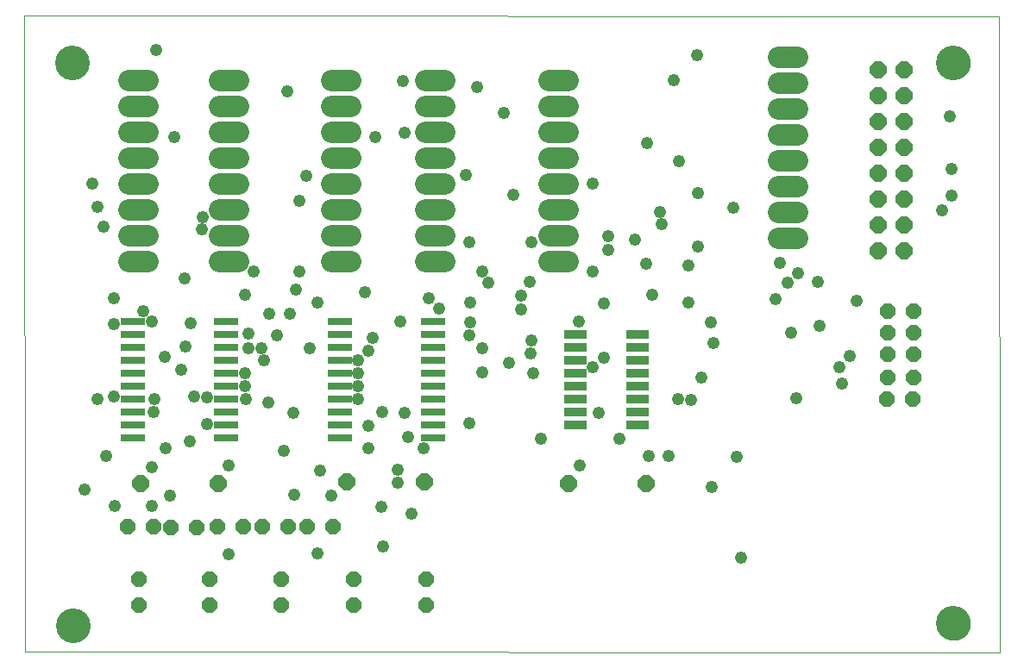
<source format=gbs>
G75*
%MOIN*%
%OFA0B0*%
%FSLAX25Y25*%
%IPPOS*%
%LPD*%
%AMOC8*
5,1,8,0,0,1.08239X$1,22.5*
%
%ADD10C,0.00000*%
%ADD11C,0.13398*%
%ADD12OC8,0.06400*%
%ADD13C,0.08200*%
%ADD14OC8,0.06000*%
%ADD15R,0.09461X0.03162*%
%ADD16R,0.08800X0.03400*%
%ADD17C,0.04800*%
D10*
X0002233Y0002391D02*
X0002076Y0248335D01*
X0378808Y0248257D01*
X0379083Y0002272D01*
X0002233Y0002391D01*
X0014674Y0012509D02*
X0014676Y0012667D01*
X0014682Y0012825D01*
X0014692Y0012983D01*
X0014706Y0013141D01*
X0014724Y0013298D01*
X0014745Y0013455D01*
X0014771Y0013611D01*
X0014801Y0013767D01*
X0014834Y0013922D01*
X0014872Y0014075D01*
X0014913Y0014228D01*
X0014958Y0014380D01*
X0015007Y0014531D01*
X0015060Y0014680D01*
X0015116Y0014828D01*
X0015176Y0014974D01*
X0015240Y0015119D01*
X0015308Y0015262D01*
X0015379Y0015404D01*
X0015453Y0015544D01*
X0015531Y0015681D01*
X0015613Y0015817D01*
X0015697Y0015951D01*
X0015786Y0016082D01*
X0015877Y0016211D01*
X0015972Y0016338D01*
X0016069Y0016463D01*
X0016170Y0016585D01*
X0016274Y0016704D01*
X0016381Y0016821D01*
X0016491Y0016935D01*
X0016604Y0017046D01*
X0016719Y0017155D01*
X0016837Y0017260D01*
X0016958Y0017362D01*
X0017081Y0017462D01*
X0017207Y0017558D01*
X0017335Y0017651D01*
X0017465Y0017741D01*
X0017598Y0017827D01*
X0017733Y0017911D01*
X0017869Y0017990D01*
X0018008Y0018067D01*
X0018149Y0018139D01*
X0018291Y0018209D01*
X0018435Y0018274D01*
X0018581Y0018336D01*
X0018728Y0018394D01*
X0018877Y0018449D01*
X0019027Y0018500D01*
X0019178Y0018547D01*
X0019330Y0018590D01*
X0019483Y0018629D01*
X0019638Y0018665D01*
X0019793Y0018696D01*
X0019949Y0018724D01*
X0020105Y0018748D01*
X0020262Y0018768D01*
X0020420Y0018784D01*
X0020577Y0018796D01*
X0020736Y0018804D01*
X0020894Y0018808D01*
X0021052Y0018808D01*
X0021210Y0018804D01*
X0021369Y0018796D01*
X0021526Y0018784D01*
X0021684Y0018768D01*
X0021841Y0018748D01*
X0021997Y0018724D01*
X0022153Y0018696D01*
X0022308Y0018665D01*
X0022463Y0018629D01*
X0022616Y0018590D01*
X0022768Y0018547D01*
X0022919Y0018500D01*
X0023069Y0018449D01*
X0023218Y0018394D01*
X0023365Y0018336D01*
X0023511Y0018274D01*
X0023655Y0018209D01*
X0023797Y0018139D01*
X0023938Y0018067D01*
X0024077Y0017990D01*
X0024213Y0017911D01*
X0024348Y0017827D01*
X0024481Y0017741D01*
X0024611Y0017651D01*
X0024739Y0017558D01*
X0024865Y0017462D01*
X0024988Y0017362D01*
X0025109Y0017260D01*
X0025227Y0017155D01*
X0025342Y0017046D01*
X0025455Y0016935D01*
X0025565Y0016821D01*
X0025672Y0016704D01*
X0025776Y0016585D01*
X0025877Y0016463D01*
X0025974Y0016338D01*
X0026069Y0016211D01*
X0026160Y0016082D01*
X0026249Y0015951D01*
X0026333Y0015817D01*
X0026415Y0015681D01*
X0026493Y0015544D01*
X0026567Y0015404D01*
X0026638Y0015262D01*
X0026706Y0015119D01*
X0026770Y0014974D01*
X0026830Y0014828D01*
X0026886Y0014680D01*
X0026939Y0014531D01*
X0026988Y0014380D01*
X0027033Y0014228D01*
X0027074Y0014075D01*
X0027112Y0013922D01*
X0027145Y0013767D01*
X0027175Y0013611D01*
X0027201Y0013455D01*
X0027222Y0013298D01*
X0027240Y0013141D01*
X0027254Y0012983D01*
X0027264Y0012825D01*
X0027270Y0012667D01*
X0027272Y0012509D01*
X0027270Y0012351D01*
X0027264Y0012193D01*
X0027254Y0012035D01*
X0027240Y0011877D01*
X0027222Y0011720D01*
X0027201Y0011563D01*
X0027175Y0011407D01*
X0027145Y0011251D01*
X0027112Y0011096D01*
X0027074Y0010943D01*
X0027033Y0010790D01*
X0026988Y0010638D01*
X0026939Y0010487D01*
X0026886Y0010338D01*
X0026830Y0010190D01*
X0026770Y0010044D01*
X0026706Y0009899D01*
X0026638Y0009756D01*
X0026567Y0009614D01*
X0026493Y0009474D01*
X0026415Y0009337D01*
X0026333Y0009201D01*
X0026249Y0009067D01*
X0026160Y0008936D01*
X0026069Y0008807D01*
X0025974Y0008680D01*
X0025877Y0008555D01*
X0025776Y0008433D01*
X0025672Y0008314D01*
X0025565Y0008197D01*
X0025455Y0008083D01*
X0025342Y0007972D01*
X0025227Y0007863D01*
X0025109Y0007758D01*
X0024988Y0007656D01*
X0024865Y0007556D01*
X0024739Y0007460D01*
X0024611Y0007367D01*
X0024481Y0007277D01*
X0024348Y0007191D01*
X0024213Y0007107D01*
X0024077Y0007028D01*
X0023938Y0006951D01*
X0023797Y0006879D01*
X0023655Y0006809D01*
X0023511Y0006744D01*
X0023365Y0006682D01*
X0023218Y0006624D01*
X0023069Y0006569D01*
X0022919Y0006518D01*
X0022768Y0006471D01*
X0022616Y0006428D01*
X0022463Y0006389D01*
X0022308Y0006353D01*
X0022153Y0006322D01*
X0021997Y0006294D01*
X0021841Y0006270D01*
X0021684Y0006250D01*
X0021526Y0006234D01*
X0021369Y0006222D01*
X0021210Y0006214D01*
X0021052Y0006210D01*
X0020894Y0006210D01*
X0020736Y0006214D01*
X0020577Y0006222D01*
X0020420Y0006234D01*
X0020262Y0006250D01*
X0020105Y0006270D01*
X0019949Y0006294D01*
X0019793Y0006322D01*
X0019638Y0006353D01*
X0019483Y0006389D01*
X0019330Y0006428D01*
X0019178Y0006471D01*
X0019027Y0006518D01*
X0018877Y0006569D01*
X0018728Y0006624D01*
X0018581Y0006682D01*
X0018435Y0006744D01*
X0018291Y0006809D01*
X0018149Y0006879D01*
X0018008Y0006951D01*
X0017869Y0007028D01*
X0017733Y0007107D01*
X0017598Y0007191D01*
X0017465Y0007277D01*
X0017335Y0007367D01*
X0017207Y0007460D01*
X0017081Y0007556D01*
X0016958Y0007656D01*
X0016837Y0007758D01*
X0016719Y0007863D01*
X0016604Y0007972D01*
X0016491Y0008083D01*
X0016381Y0008197D01*
X0016274Y0008314D01*
X0016170Y0008433D01*
X0016069Y0008555D01*
X0015972Y0008680D01*
X0015877Y0008807D01*
X0015786Y0008936D01*
X0015697Y0009067D01*
X0015613Y0009201D01*
X0015531Y0009337D01*
X0015453Y0009474D01*
X0015379Y0009614D01*
X0015308Y0009756D01*
X0015240Y0009899D01*
X0015176Y0010044D01*
X0015116Y0010190D01*
X0015060Y0010338D01*
X0015007Y0010487D01*
X0014958Y0010638D01*
X0014913Y0010790D01*
X0014872Y0010943D01*
X0014834Y0011096D01*
X0014801Y0011251D01*
X0014771Y0011407D01*
X0014745Y0011563D01*
X0014724Y0011720D01*
X0014706Y0011877D01*
X0014692Y0012035D01*
X0014682Y0012193D01*
X0014676Y0012351D01*
X0014674Y0012509D01*
X0014281Y0230225D02*
X0014283Y0230383D01*
X0014289Y0230541D01*
X0014299Y0230699D01*
X0014313Y0230857D01*
X0014331Y0231014D01*
X0014352Y0231171D01*
X0014378Y0231327D01*
X0014408Y0231483D01*
X0014441Y0231638D01*
X0014479Y0231791D01*
X0014520Y0231944D01*
X0014565Y0232096D01*
X0014614Y0232247D01*
X0014667Y0232396D01*
X0014723Y0232544D01*
X0014783Y0232690D01*
X0014847Y0232835D01*
X0014915Y0232978D01*
X0014986Y0233120D01*
X0015060Y0233260D01*
X0015138Y0233397D01*
X0015220Y0233533D01*
X0015304Y0233667D01*
X0015393Y0233798D01*
X0015484Y0233927D01*
X0015579Y0234054D01*
X0015676Y0234179D01*
X0015777Y0234301D01*
X0015881Y0234420D01*
X0015988Y0234537D01*
X0016098Y0234651D01*
X0016211Y0234762D01*
X0016326Y0234871D01*
X0016444Y0234976D01*
X0016565Y0235078D01*
X0016688Y0235178D01*
X0016814Y0235274D01*
X0016942Y0235367D01*
X0017072Y0235457D01*
X0017205Y0235543D01*
X0017340Y0235627D01*
X0017476Y0235706D01*
X0017615Y0235783D01*
X0017756Y0235855D01*
X0017898Y0235925D01*
X0018042Y0235990D01*
X0018188Y0236052D01*
X0018335Y0236110D01*
X0018484Y0236165D01*
X0018634Y0236216D01*
X0018785Y0236263D01*
X0018937Y0236306D01*
X0019090Y0236345D01*
X0019245Y0236381D01*
X0019400Y0236412D01*
X0019556Y0236440D01*
X0019712Y0236464D01*
X0019869Y0236484D01*
X0020027Y0236500D01*
X0020184Y0236512D01*
X0020343Y0236520D01*
X0020501Y0236524D01*
X0020659Y0236524D01*
X0020817Y0236520D01*
X0020976Y0236512D01*
X0021133Y0236500D01*
X0021291Y0236484D01*
X0021448Y0236464D01*
X0021604Y0236440D01*
X0021760Y0236412D01*
X0021915Y0236381D01*
X0022070Y0236345D01*
X0022223Y0236306D01*
X0022375Y0236263D01*
X0022526Y0236216D01*
X0022676Y0236165D01*
X0022825Y0236110D01*
X0022972Y0236052D01*
X0023118Y0235990D01*
X0023262Y0235925D01*
X0023404Y0235855D01*
X0023545Y0235783D01*
X0023684Y0235706D01*
X0023820Y0235627D01*
X0023955Y0235543D01*
X0024088Y0235457D01*
X0024218Y0235367D01*
X0024346Y0235274D01*
X0024472Y0235178D01*
X0024595Y0235078D01*
X0024716Y0234976D01*
X0024834Y0234871D01*
X0024949Y0234762D01*
X0025062Y0234651D01*
X0025172Y0234537D01*
X0025279Y0234420D01*
X0025383Y0234301D01*
X0025484Y0234179D01*
X0025581Y0234054D01*
X0025676Y0233927D01*
X0025767Y0233798D01*
X0025856Y0233667D01*
X0025940Y0233533D01*
X0026022Y0233397D01*
X0026100Y0233260D01*
X0026174Y0233120D01*
X0026245Y0232978D01*
X0026313Y0232835D01*
X0026377Y0232690D01*
X0026437Y0232544D01*
X0026493Y0232396D01*
X0026546Y0232247D01*
X0026595Y0232096D01*
X0026640Y0231944D01*
X0026681Y0231791D01*
X0026719Y0231638D01*
X0026752Y0231483D01*
X0026782Y0231327D01*
X0026808Y0231171D01*
X0026829Y0231014D01*
X0026847Y0230857D01*
X0026861Y0230699D01*
X0026871Y0230541D01*
X0026877Y0230383D01*
X0026879Y0230225D01*
X0026877Y0230067D01*
X0026871Y0229909D01*
X0026861Y0229751D01*
X0026847Y0229593D01*
X0026829Y0229436D01*
X0026808Y0229279D01*
X0026782Y0229123D01*
X0026752Y0228967D01*
X0026719Y0228812D01*
X0026681Y0228659D01*
X0026640Y0228506D01*
X0026595Y0228354D01*
X0026546Y0228203D01*
X0026493Y0228054D01*
X0026437Y0227906D01*
X0026377Y0227760D01*
X0026313Y0227615D01*
X0026245Y0227472D01*
X0026174Y0227330D01*
X0026100Y0227190D01*
X0026022Y0227053D01*
X0025940Y0226917D01*
X0025856Y0226783D01*
X0025767Y0226652D01*
X0025676Y0226523D01*
X0025581Y0226396D01*
X0025484Y0226271D01*
X0025383Y0226149D01*
X0025279Y0226030D01*
X0025172Y0225913D01*
X0025062Y0225799D01*
X0024949Y0225688D01*
X0024834Y0225579D01*
X0024716Y0225474D01*
X0024595Y0225372D01*
X0024472Y0225272D01*
X0024346Y0225176D01*
X0024218Y0225083D01*
X0024088Y0224993D01*
X0023955Y0224907D01*
X0023820Y0224823D01*
X0023684Y0224744D01*
X0023545Y0224667D01*
X0023404Y0224595D01*
X0023262Y0224525D01*
X0023118Y0224460D01*
X0022972Y0224398D01*
X0022825Y0224340D01*
X0022676Y0224285D01*
X0022526Y0224234D01*
X0022375Y0224187D01*
X0022223Y0224144D01*
X0022070Y0224105D01*
X0021915Y0224069D01*
X0021760Y0224038D01*
X0021604Y0224010D01*
X0021448Y0223986D01*
X0021291Y0223966D01*
X0021133Y0223950D01*
X0020976Y0223938D01*
X0020817Y0223930D01*
X0020659Y0223926D01*
X0020501Y0223926D01*
X0020343Y0223930D01*
X0020184Y0223938D01*
X0020027Y0223950D01*
X0019869Y0223966D01*
X0019712Y0223986D01*
X0019556Y0224010D01*
X0019400Y0224038D01*
X0019245Y0224069D01*
X0019090Y0224105D01*
X0018937Y0224144D01*
X0018785Y0224187D01*
X0018634Y0224234D01*
X0018484Y0224285D01*
X0018335Y0224340D01*
X0018188Y0224398D01*
X0018042Y0224460D01*
X0017898Y0224525D01*
X0017756Y0224595D01*
X0017615Y0224667D01*
X0017476Y0224744D01*
X0017340Y0224823D01*
X0017205Y0224907D01*
X0017072Y0224993D01*
X0016942Y0225083D01*
X0016814Y0225176D01*
X0016688Y0225272D01*
X0016565Y0225372D01*
X0016444Y0225474D01*
X0016326Y0225579D01*
X0016211Y0225688D01*
X0016098Y0225799D01*
X0015988Y0225913D01*
X0015881Y0226030D01*
X0015777Y0226149D01*
X0015676Y0226271D01*
X0015579Y0226396D01*
X0015484Y0226523D01*
X0015393Y0226652D01*
X0015304Y0226783D01*
X0015220Y0226917D01*
X0015138Y0227053D01*
X0015060Y0227190D01*
X0014986Y0227330D01*
X0014915Y0227472D01*
X0014847Y0227615D01*
X0014783Y0227760D01*
X0014723Y0227906D01*
X0014667Y0228054D01*
X0014614Y0228203D01*
X0014565Y0228354D01*
X0014520Y0228506D01*
X0014479Y0228659D01*
X0014441Y0228812D01*
X0014408Y0228967D01*
X0014378Y0229123D01*
X0014352Y0229279D01*
X0014331Y0229436D01*
X0014313Y0229593D01*
X0014299Y0229751D01*
X0014289Y0229909D01*
X0014283Y0230067D01*
X0014281Y0230225D01*
X0354832Y0230225D02*
X0354834Y0230383D01*
X0354840Y0230541D01*
X0354850Y0230699D01*
X0354864Y0230857D01*
X0354882Y0231014D01*
X0354903Y0231171D01*
X0354929Y0231327D01*
X0354959Y0231483D01*
X0354992Y0231638D01*
X0355030Y0231791D01*
X0355071Y0231944D01*
X0355116Y0232096D01*
X0355165Y0232247D01*
X0355218Y0232396D01*
X0355274Y0232544D01*
X0355334Y0232690D01*
X0355398Y0232835D01*
X0355466Y0232978D01*
X0355537Y0233120D01*
X0355611Y0233260D01*
X0355689Y0233397D01*
X0355771Y0233533D01*
X0355855Y0233667D01*
X0355944Y0233798D01*
X0356035Y0233927D01*
X0356130Y0234054D01*
X0356227Y0234179D01*
X0356328Y0234301D01*
X0356432Y0234420D01*
X0356539Y0234537D01*
X0356649Y0234651D01*
X0356762Y0234762D01*
X0356877Y0234871D01*
X0356995Y0234976D01*
X0357116Y0235078D01*
X0357239Y0235178D01*
X0357365Y0235274D01*
X0357493Y0235367D01*
X0357623Y0235457D01*
X0357756Y0235543D01*
X0357891Y0235627D01*
X0358027Y0235706D01*
X0358166Y0235783D01*
X0358307Y0235855D01*
X0358449Y0235925D01*
X0358593Y0235990D01*
X0358739Y0236052D01*
X0358886Y0236110D01*
X0359035Y0236165D01*
X0359185Y0236216D01*
X0359336Y0236263D01*
X0359488Y0236306D01*
X0359641Y0236345D01*
X0359796Y0236381D01*
X0359951Y0236412D01*
X0360107Y0236440D01*
X0360263Y0236464D01*
X0360420Y0236484D01*
X0360578Y0236500D01*
X0360735Y0236512D01*
X0360894Y0236520D01*
X0361052Y0236524D01*
X0361210Y0236524D01*
X0361368Y0236520D01*
X0361527Y0236512D01*
X0361684Y0236500D01*
X0361842Y0236484D01*
X0361999Y0236464D01*
X0362155Y0236440D01*
X0362311Y0236412D01*
X0362466Y0236381D01*
X0362621Y0236345D01*
X0362774Y0236306D01*
X0362926Y0236263D01*
X0363077Y0236216D01*
X0363227Y0236165D01*
X0363376Y0236110D01*
X0363523Y0236052D01*
X0363669Y0235990D01*
X0363813Y0235925D01*
X0363955Y0235855D01*
X0364096Y0235783D01*
X0364235Y0235706D01*
X0364371Y0235627D01*
X0364506Y0235543D01*
X0364639Y0235457D01*
X0364769Y0235367D01*
X0364897Y0235274D01*
X0365023Y0235178D01*
X0365146Y0235078D01*
X0365267Y0234976D01*
X0365385Y0234871D01*
X0365500Y0234762D01*
X0365613Y0234651D01*
X0365723Y0234537D01*
X0365830Y0234420D01*
X0365934Y0234301D01*
X0366035Y0234179D01*
X0366132Y0234054D01*
X0366227Y0233927D01*
X0366318Y0233798D01*
X0366407Y0233667D01*
X0366491Y0233533D01*
X0366573Y0233397D01*
X0366651Y0233260D01*
X0366725Y0233120D01*
X0366796Y0232978D01*
X0366864Y0232835D01*
X0366928Y0232690D01*
X0366988Y0232544D01*
X0367044Y0232396D01*
X0367097Y0232247D01*
X0367146Y0232096D01*
X0367191Y0231944D01*
X0367232Y0231791D01*
X0367270Y0231638D01*
X0367303Y0231483D01*
X0367333Y0231327D01*
X0367359Y0231171D01*
X0367380Y0231014D01*
X0367398Y0230857D01*
X0367412Y0230699D01*
X0367422Y0230541D01*
X0367428Y0230383D01*
X0367430Y0230225D01*
X0367428Y0230067D01*
X0367422Y0229909D01*
X0367412Y0229751D01*
X0367398Y0229593D01*
X0367380Y0229436D01*
X0367359Y0229279D01*
X0367333Y0229123D01*
X0367303Y0228967D01*
X0367270Y0228812D01*
X0367232Y0228659D01*
X0367191Y0228506D01*
X0367146Y0228354D01*
X0367097Y0228203D01*
X0367044Y0228054D01*
X0366988Y0227906D01*
X0366928Y0227760D01*
X0366864Y0227615D01*
X0366796Y0227472D01*
X0366725Y0227330D01*
X0366651Y0227190D01*
X0366573Y0227053D01*
X0366491Y0226917D01*
X0366407Y0226783D01*
X0366318Y0226652D01*
X0366227Y0226523D01*
X0366132Y0226396D01*
X0366035Y0226271D01*
X0365934Y0226149D01*
X0365830Y0226030D01*
X0365723Y0225913D01*
X0365613Y0225799D01*
X0365500Y0225688D01*
X0365385Y0225579D01*
X0365267Y0225474D01*
X0365146Y0225372D01*
X0365023Y0225272D01*
X0364897Y0225176D01*
X0364769Y0225083D01*
X0364639Y0224993D01*
X0364506Y0224907D01*
X0364371Y0224823D01*
X0364235Y0224744D01*
X0364096Y0224667D01*
X0363955Y0224595D01*
X0363813Y0224525D01*
X0363669Y0224460D01*
X0363523Y0224398D01*
X0363376Y0224340D01*
X0363227Y0224285D01*
X0363077Y0224234D01*
X0362926Y0224187D01*
X0362774Y0224144D01*
X0362621Y0224105D01*
X0362466Y0224069D01*
X0362311Y0224038D01*
X0362155Y0224010D01*
X0361999Y0223986D01*
X0361842Y0223966D01*
X0361684Y0223950D01*
X0361527Y0223938D01*
X0361368Y0223930D01*
X0361210Y0223926D01*
X0361052Y0223926D01*
X0360894Y0223930D01*
X0360735Y0223938D01*
X0360578Y0223950D01*
X0360420Y0223966D01*
X0360263Y0223986D01*
X0360107Y0224010D01*
X0359951Y0224038D01*
X0359796Y0224069D01*
X0359641Y0224105D01*
X0359488Y0224144D01*
X0359336Y0224187D01*
X0359185Y0224234D01*
X0359035Y0224285D01*
X0358886Y0224340D01*
X0358739Y0224398D01*
X0358593Y0224460D01*
X0358449Y0224525D01*
X0358307Y0224595D01*
X0358166Y0224667D01*
X0358027Y0224744D01*
X0357891Y0224823D01*
X0357756Y0224907D01*
X0357623Y0224993D01*
X0357493Y0225083D01*
X0357365Y0225176D01*
X0357239Y0225272D01*
X0357116Y0225372D01*
X0356995Y0225474D01*
X0356877Y0225579D01*
X0356762Y0225688D01*
X0356649Y0225799D01*
X0356539Y0225913D01*
X0356432Y0226030D01*
X0356328Y0226149D01*
X0356227Y0226271D01*
X0356130Y0226396D01*
X0356035Y0226523D01*
X0355944Y0226652D01*
X0355855Y0226783D01*
X0355771Y0226917D01*
X0355689Y0227053D01*
X0355611Y0227190D01*
X0355537Y0227330D01*
X0355466Y0227472D01*
X0355398Y0227615D01*
X0355334Y0227760D01*
X0355274Y0227906D01*
X0355218Y0228054D01*
X0355165Y0228203D01*
X0355116Y0228354D01*
X0355071Y0228506D01*
X0355030Y0228659D01*
X0354992Y0228812D01*
X0354959Y0228967D01*
X0354929Y0229123D01*
X0354903Y0229279D01*
X0354882Y0229436D01*
X0354864Y0229593D01*
X0354850Y0229751D01*
X0354840Y0229909D01*
X0354834Y0230067D01*
X0354832Y0230225D01*
X0354832Y0013296D02*
X0354834Y0013454D01*
X0354840Y0013612D01*
X0354850Y0013770D01*
X0354864Y0013928D01*
X0354882Y0014085D01*
X0354903Y0014242D01*
X0354929Y0014398D01*
X0354959Y0014554D01*
X0354992Y0014709D01*
X0355030Y0014862D01*
X0355071Y0015015D01*
X0355116Y0015167D01*
X0355165Y0015318D01*
X0355218Y0015467D01*
X0355274Y0015615D01*
X0355334Y0015761D01*
X0355398Y0015906D01*
X0355466Y0016049D01*
X0355537Y0016191D01*
X0355611Y0016331D01*
X0355689Y0016468D01*
X0355771Y0016604D01*
X0355855Y0016738D01*
X0355944Y0016869D01*
X0356035Y0016998D01*
X0356130Y0017125D01*
X0356227Y0017250D01*
X0356328Y0017372D01*
X0356432Y0017491D01*
X0356539Y0017608D01*
X0356649Y0017722D01*
X0356762Y0017833D01*
X0356877Y0017942D01*
X0356995Y0018047D01*
X0357116Y0018149D01*
X0357239Y0018249D01*
X0357365Y0018345D01*
X0357493Y0018438D01*
X0357623Y0018528D01*
X0357756Y0018614D01*
X0357891Y0018698D01*
X0358027Y0018777D01*
X0358166Y0018854D01*
X0358307Y0018926D01*
X0358449Y0018996D01*
X0358593Y0019061D01*
X0358739Y0019123D01*
X0358886Y0019181D01*
X0359035Y0019236D01*
X0359185Y0019287D01*
X0359336Y0019334D01*
X0359488Y0019377D01*
X0359641Y0019416D01*
X0359796Y0019452D01*
X0359951Y0019483D01*
X0360107Y0019511D01*
X0360263Y0019535D01*
X0360420Y0019555D01*
X0360578Y0019571D01*
X0360735Y0019583D01*
X0360894Y0019591D01*
X0361052Y0019595D01*
X0361210Y0019595D01*
X0361368Y0019591D01*
X0361527Y0019583D01*
X0361684Y0019571D01*
X0361842Y0019555D01*
X0361999Y0019535D01*
X0362155Y0019511D01*
X0362311Y0019483D01*
X0362466Y0019452D01*
X0362621Y0019416D01*
X0362774Y0019377D01*
X0362926Y0019334D01*
X0363077Y0019287D01*
X0363227Y0019236D01*
X0363376Y0019181D01*
X0363523Y0019123D01*
X0363669Y0019061D01*
X0363813Y0018996D01*
X0363955Y0018926D01*
X0364096Y0018854D01*
X0364235Y0018777D01*
X0364371Y0018698D01*
X0364506Y0018614D01*
X0364639Y0018528D01*
X0364769Y0018438D01*
X0364897Y0018345D01*
X0365023Y0018249D01*
X0365146Y0018149D01*
X0365267Y0018047D01*
X0365385Y0017942D01*
X0365500Y0017833D01*
X0365613Y0017722D01*
X0365723Y0017608D01*
X0365830Y0017491D01*
X0365934Y0017372D01*
X0366035Y0017250D01*
X0366132Y0017125D01*
X0366227Y0016998D01*
X0366318Y0016869D01*
X0366407Y0016738D01*
X0366491Y0016604D01*
X0366573Y0016468D01*
X0366651Y0016331D01*
X0366725Y0016191D01*
X0366796Y0016049D01*
X0366864Y0015906D01*
X0366928Y0015761D01*
X0366988Y0015615D01*
X0367044Y0015467D01*
X0367097Y0015318D01*
X0367146Y0015167D01*
X0367191Y0015015D01*
X0367232Y0014862D01*
X0367270Y0014709D01*
X0367303Y0014554D01*
X0367333Y0014398D01*
X0367359Y0014242D01*
X0367380Y0014085D01*
X0367398Y0013928D01*
X0367412Y0013770D01*
X0367422Y0013612D01*
X0367428Y0013454D01*
X0367430Y0013296D01*
X0367428Y0013138D01*
X0367422Y0012980D01*
X0367412Y0012822D01*
X0367398Y0012664D01*
X0367380Y0012507D01*
X0367359Y0012350D01*
X0367333Y0012194D01*
X0367303Y0012038D01*
X0367270Y0011883D01*
X0367232Y0011730D01*
X0367191Y0011577D01*
X0367146Y0011425D01*
X0367097Y0011274D01*
X0367044Y0011125D01*
X0366988Y0010977D01*
X0366928Y0010831D01*
X0366864Y0010686D01*
X0366796Y0010543D01*
X0366725Y0010401D01*
X0366651Y0010261D01*
X0366573Y0010124D01*
X0366491Y0009988D01*
X0366407Y0009854D01*
X0366318Y0009723D01*
X0366227Y0009594D01*
X0366132Y0009467D01*
X0366035Y0009342D01*
X0365934Y0009220D01*
X0365830Y0009101D01*
X0365723Y0008984D01*
X0365613Y0008870D01*
X0365500Y0008759D01*
X0365385Y0008650D01*
X0365267Y0008545D01*
X0365146Y0008443D01*
X0365023Y0008343D01*
X0364897Y0008247D01*
X0364769Y0008154D01*
X0364639Y0008064D01*
X0364506Y0007978D01*
X0364371Y0007894D01*
X0364235Y0007815D01*
X0364096Y0007738D01*
X0363955Y0007666D01*
X0363813Y0007596D01*
X0363669Y0007531D01*
X0363523Y0007469D01*
X0363376Y0007411D01*
X0363227Y0007356D01*
X0363077Y0007305D01*
X0362926Y0007258D01*
X0362774Y0007215D01*
X0362621Y0007176D01*
X0362466Y0007140D01*
X0362311Y0007109D01*
X0362155Y0007081D01*
X0361999Y0007057D01*
X0361842Y0007037D01*
X0361684Y0007021D01*
X0361527Y0007009D01*
X0361368Y0007001D01*
X0361210Y0006997D01*
X0361052Y0006997D01*
X0360894Y0007001D01*
X0360735Y0007009D01*
X0360578Y0007021D01*
X0360420Y0007037D01*
X0360263Y0007057D01*
X0360107Y0007081D01*
X0359951Y0007109D01*
X0359796Y0007140D01*
X0359641Y0007176D01*
X0359488Y0007215D01*
X0359336Y0007258D01*
X0359185Y0007305D01*
X0359035Y0007356D01*
X0358886Y0007411D01*
X0358739Y0007469D01*
X0358593Y0007531D01*
X0358449Y0007596D01*
X0358307Y0007666D01*
X0358166Y0007738D01*
X0358027Y0007815D01*
X0357891Y0007894D01*
X0357756Y0007978D01*
X0357623Y0008064D01*
X0357493Y0008154D01*
X0357365Y0008247D01*
X0357239Y0008343D01*
X0357116Y0008443D01*
X0356995Y0008545D01*
X0356877Y0008650D01*
X0356762Y0008759D01*
X0356649Y0008870D01*
X0356539Y0008984D01*
X0356432Y0009101D01*
X0356328Y0009220D01*
X0356227Y0009342D01*
X0356130Y0009467D01*
X0356035Y0009594D01*
X0355944Y0009723D01*
X0355855Y0009854D01*
X0355771Y0009988D01*
X0355689Y0010124D01*
X0355611Y0010261D01*
X0355537Y0010401D01*
X0355466Y0010543D01*
X0355398Y0010686D01*
X0355334Y0010831D01*
X0355274Y0010977D01*
X0355218Y0011125D01*
X0355165Y0011274D01*
X0355116Y0011425D01*
X0355071Y0011577D01*
X0355030Y0011730D01*
X0354992Y0011883D01*
X0354959Y0012038D01*
X0354929Y0012194D01*
X0354903Y0012350D01*
X0354882Y0012507D01*
X0354864Y0012664D01*
X0354850Y0012822D01*
X0354840Y0012980D01*
X0354834Y0013138D01*
X0354832Y0013296D01*
D11*
X0361131Y0013296D03*
X0361131Y0230225D03*
X0020580Y0230225D03*
X0020973Y0012509D03*
D12*
X0047036Y0067548D03*
X0077036Y0067548D03*
X0126682Y0068099D03*
X0156682Y0068099D03*
X0212469Y0067548D03*
X0242469Y0067548D03*
X0332036Y0157548D03*
X0342036Y0157548D03*
X0342036Y0167548D03*
X0332036Y0167548D03*
X0332036Y0177548D03*
X0342036Y0177548D03*
X0342036Y0187548D03*
X0332036Y0187548D03*
X0332036Y0197548D03*
X0342036Y0197548D03*
X0342036Y0207548D03*
X0332036Y0207548D03*
X0332036Y0217548D03*
X0342036Y0217548D03*
X0342036Y0227548D03*
X0332036Y0227548D03*
D13*
X0300736Y0222548D02*
X0293336Y0222548D01*
X0293336Y0212548D02*
X0300736Y0212548D01*
X0300736Y0202548D02*
X0293336Y0202548D01*
X0293336Y0192548D02*
X0300736Y0192548D01*
X0300736Y0182548D02*
X0293336Y0182548D01*
X0293336Y0172548D02*
X0300736Y0172548D01*
X0300736Y0162548D02*
X0293336Y0162548D01*
X0211957Y0163335D02*
X0204557Y0163335D01*
X0204557Y0153335D02*
X0211957Y0153335D01*
X0211957Y0173335D02*
X0204557Y0173335D01*
X0204557Y0183335D02*
X0211957Y0183335D01*
X0211957Y0193335D02*
X0204557Y0193335D01*
X0204557Y0203335D02*
X0211957Y0203335D01*
X0211957Y0213335D02*
X0204557Y0213335D01*
X0204557Y0223335D02*
X0211957Y0223335D01*
X0164476Y0223335D02*
X0157076Y0223335D01*
X0157076Y0213335D02*
X0164476Y0213335D01*
X0164476Y0203335D02*
X0157076Y0203335D01*
X0157076Y0193335D02*
X0164476Y0193335D01*
X0164476Y0183335D02*
X0157076Y0183335D01*
X0157076Y0173335D02*
X0164476Y0173335D01*
X0164476Y0163335D02*
X0157076Y0163335D01*
X0157076Y0153335D02*
X0164476Y0153335D01*
X0127902Y0153335D02*
X0120502Y0153335D01*
X0120502Y0163335D02*
X0127902Y0163335D01*
X0127902Y0173335D02*
X0120502Y0173335D01*
X0120502Y0183335D02*
X0127902Y0183335D01*
X0127902Y0193335D02*
X0120502Y0193335D01*
X0120502Y0203335D02*
X0127902Y0203335D01*
X0127902Y0213335D02*
X0120502Y0213335D01*
X0120502Y0223335D02*
X0127902Y0223335D01*
X0084752Y0223335D02*
X0077352Y0223335D01*
X0077352Y0213335D02*
X0084752Y0213335D01*
X0084752Y0203335D02*
X0077352Y0203335D01*
X0077352Y0193335D02*
X0084752Y0193335D01*
X0084752Y0183335D02*
X0077352Y0183335D01*
X0077352Y0173335D02*
X0084752Y0173335D01*
X0084752Y0163335D02*
X0077352Y0163335D01*
X0077352Y0153335D02*
X0084752Y0153335D01*
X0049752Y0153335D02*
X0042352Y0153335D01*
X0042352Y0163335D02*
X0049752Y0163335D01*
X0049752Y0173335D02*
X0042352Y0173335D01*
X0042352Y0183335D02*
X0049752Y0183335D01*
X0049752Y0193335D02*
X0042352Y0193335D01*
X0042352Y0203335D02*
X0049752Y0203335D01*
X0049752Y0213335D02*
X0042352Y0213335D01*
X0042352Y0223335D02*
X0049752Y0223335D01*
X0293336Y0232548D02*
X0300736Y0232548D01*
D14*
X0335540Y0134123D03*
X0345540Y0134123D03*
X0345658Y0125737D03*
X0335658Y0125737D03*
X0335698Y0117312D03*
X0345698Y0117312D03*
X0345619Y0108611D03*
X0335619Y0108611D03*
X0335383Y0099989D03*
X0345383Y0099989D03*
X0157194Y0030501D03*
X0157194Y0020501D03*
X0129241Y0020501D03*
X0129241Y0030501D03*
X0101288Y0030501D03*
X0101288Y0020501D03*
X0073729Y0020501D03*
X0073729Y0030501D03*
X0046170Y0030501D03*
X0046170Y0020501D03*
X0041879Y0050619D03*
X0051879Y0050619D03*
X0058808Y0050422D03*
X0068808Y0050422D03*
X0076524Y0050619D03*
X0086524Y0050619D03*
X0093847Y0050816D03*
X0103847Y0050816D03*
X0111170Y0050619D03*
X0121170Y0050619D03*
D15*
X0123926Y0085048D03*
X0123926Y0090048D03*
X0123926Y0095048D03*
X0123926Y0100048D03*
X0123926Y0105048D03*
X0123926Y0110048D03*
X0123926Y0115048D03*
X0123926Y0120048D03*
X0123926Y0125048D03*
X0123926Y0130048D03*
X0160146Y0130048D03*
X0160146Y0125048D03*
X0160146Y0120048D03*
X0160146Y0115048D03*
X0160146Y0110048D03*
X0160146Y0105048D03*
X0160146Y0100048D03*
X0160146Y0095048D03*
X0160146Y0090048D03*
X0160146Y0085048D03*
X0080146Y0085048D03*
X0080146Y0090048D03*
X0080146Y0095048D03*
X0080146Y0100048D03*
X0080146Y0105048D03*
X0080146Y0110048D03*
X0080146Y0115048D03*
X0080146Y0120048D03*
X0080146Y0125048D03*
X0080146Y0130048D03*
X0043926Y0130048D03*
X0043926Y0125048D03*
X0043926Y0120048D03*
X0043926Y0115048D03*
X0043926Y0110048D03*
X0043926Y0105048D03*
X0043926Y0100048D03*
X0043926Y0095048D03*
X0043926Y0090048D03*
X0043926Y0085048D03*
D16*
X0214936Y0090048D03*
X0214936Y0095048D03*
X0214936Y0100048D03*
X0214936Y0105048D03*
X0214936Y0110048D03*
X0214936Y0115048D03*
X0214936Y0120048D03*
X0214936Y0125048D03*
X0239136Y0125048D03*
X0239136Y0120048D03*
X0239136Y0115048D03*
X0239136Y0110048D03*
X0239136Y0105048D03*
X0239136Y0100048D03*
X0239136Y0095048D03*
X0239136Y0090048D03*
D17*
X0231997Y0084950D03*
X0243316Y0078060D03*
X0251131Y0078139D03*
X0267548Y0066249D03*
X0277194Y0077863D03*
X0259556Y0099713D03*
X0254635Y0100206D03*
X0263493Y0108572D03*
X0268414Y0121859D03*
X0267430Y0129733D03*
X0258572Y0137607D03*
X0244792Y0140560D03*
X0242312Y0152391D03*
X0237902Y0161721D03*
X0227568Y0163198D03*
X0227568Y0157784D03*
X0221662Y0149418D03*
X0226091Y0137115D03*
X0216249Y0130225D03*
X0198040Y0122843D03*
X0197548Y0117922D03*
X0189182Y0113985D03*
X0198532Y0110048D03*
X0178847Y0110540D03*
X0178847Y0119891D03*
X0173926Y0124812D03*
X0174418Y0129733D03*
X0174398Y0137469D03*
X0181308Y0144989D03*
X0178847Y0149418D03*
X0194103Y0140068D03*
X0194103Y0134654D03*
X0197312Y0145580D03*
X0198040Y0160737D03*
X0191131Y0179123D03*
X0172745Y0186800D03*
X0148828Y0203060D03*
X0137509Y0201583D03*
X0110934Y0186328D03*
X0108414Y0176721D03*
X0071072Y0170580D03*
X0070580Y0165658D03*
X0090757Y0149418D03*
X0087312Y0140560D03*
X0096662Y0133178D03*
X0104536Y0133178D03*
X0106997Y0142528D03*
X0115363Y0137607D03*
X0108473Y0149418D03*
X0133572Y0141544D03*
X0147351Y0130225D03*
X0136524Y0123828D03*
X0135048Y0118906D03*
X0131111Y0114969D03*
X0131111Y0110048D03*
X0131111Y0105127D03*
X0131111Y0100206D03*
X0140461Y0095284D03*
X0135048Y0089871D03*
X0135048Y0081013D03*
X0146367Y0072646D03*
X0146367Y0067725D03*
X0139910Y0058572D03*
X0151780Y0055914D03*
X0140501Y0043178D03*
X0115343Y0040383D03*
X0120698Y0062863D03*
X0116170Y0072351D03*
X0106249Y0063217D03*
X0080914Y0074615D03*
X0065973Y0083887D03*
X0072548Y0090363D03*
X0072548Y0100698D03*
X0067627Y0101190D03*
X0062745Y0111367D03*
X0056308Y0116446D03*
X0064182Y0120383D03*
X0066446Y0129595D03*
X0051387Y0130225D03*
X0047942Y0134162D03*
X0036623Y0129241D03*
X0036623Y0139083D03*
X0064123Y0146879D03*
X0088788Y0125304D03*
X0088788Y0119891D03*
X0093808Y0119753D03*
X0094694Y0114969D03*
X0087312Y0110048D03*
X0087312Y0105127D03*
X0087804Y0100206D03*
X0096209Y0098808D03*
X0106013Y0094792D03*
X0102391Y0080265D03*
X0058276Y0062804D03*
X0051387Y0058867D03*
X0037115Y0058867D03*
X0025304Y0065265D03*
X0033670Y0078060D03*
X0051387Y0073631D03*
X0056800Y0081013D03*
X0051879Y0095284D03*
X0052371Y0100206D03*
X0036623Y0101190D03*
X0030225Y0100206D03*
X0099595Y0124871D03*
X0112410Y0119891D03*
X0148828Y0094792D03*
X0150304Y0085442D03*
X0156209Y0081013D03*
X0173926Y0090855D03*
X0201485Y0084950D03*
X0216741Y0074615D03*
X0224123Y0094792D03*
X0221662Y0112509D03*
X0226091Y0115954D03*
X0258572Y0151879D03*
X0262312Y0159083D03*
X0248237Y0167627D03*
X0247745Y0172548D03*
X0262312Y0179910D03*
X0276091Y0174280D03*
X0255127Y0192233D03*
X0242509Y0199202D03*
X0221662Y0183375D03*
X0187469Y0210658D03*
X0177036Y0220934D03*
X0148335Y0223020D03*
X0103611Y0219044D03*
X0060068Y0201603D03*
X0028257Y0183375D03*
X0030225Y0174517D03*
X0032686Y0166643D03*
X0052863Y0235048D03*
X0173926Y0160737D03*
X0158178Y0139083D03*
X0162154Y0134989D03*
X0292194Y0138847D03*
X0296957Y0144989D03*
X0300894Y0148926D03*
X0294005Y0152863D03*
X0308769Y0145501D03*
X0323532Y0138099D03*
X0309202Y0128296D03*
X0298434Y0125796D03*
X0317135Y0112509D03*
X0320855Y0116761D03*
X0318119Y0106111D03*
X0300225Y0100501D03*
X0279123Y0038887D03*
X0080914Y0040166D03*
X0356505Y0173040D03*
X0360442Y0178946D03*
X0360442Y0189280D03*
X0359792Y0209320D03*
X0261997Y0233217D03*
X0253139Y0223572D03*
M02*

</source>
